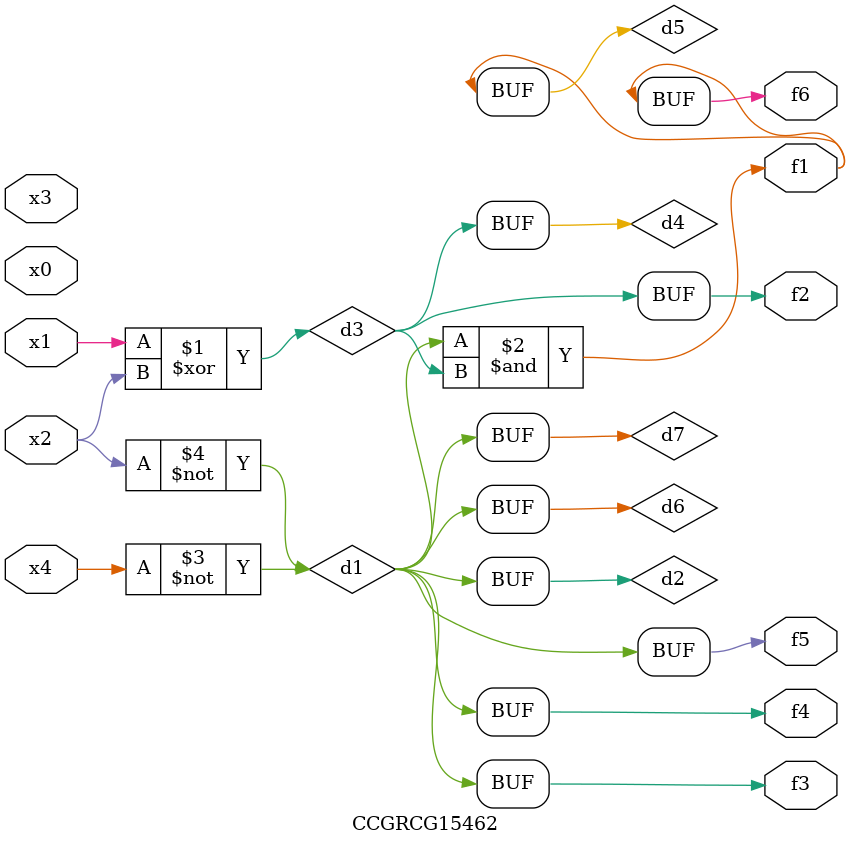
<source format=v>
module CCGRCG15462(
	input x0, x1, x2, x3, x4,
	output f1, f2, f3, f4, f5, f6
);

	wire d1, d2, d3, d4, d5, d6, d7;

	not (d1, x4);
	not (d2, x2);
	xor (d3, x1, x2);
	buf (d4, d3);
	and (d5, d1, d3);
	buf (d6, d1, d2);
	buf (d7, d2);
	assign f1 = d5;
	assign f2 = d4;
	assign f3 = d7;
	assign f4 = d7;
	assign f5 = d7;
	assign f6 = d5;
endmodule

</source>
